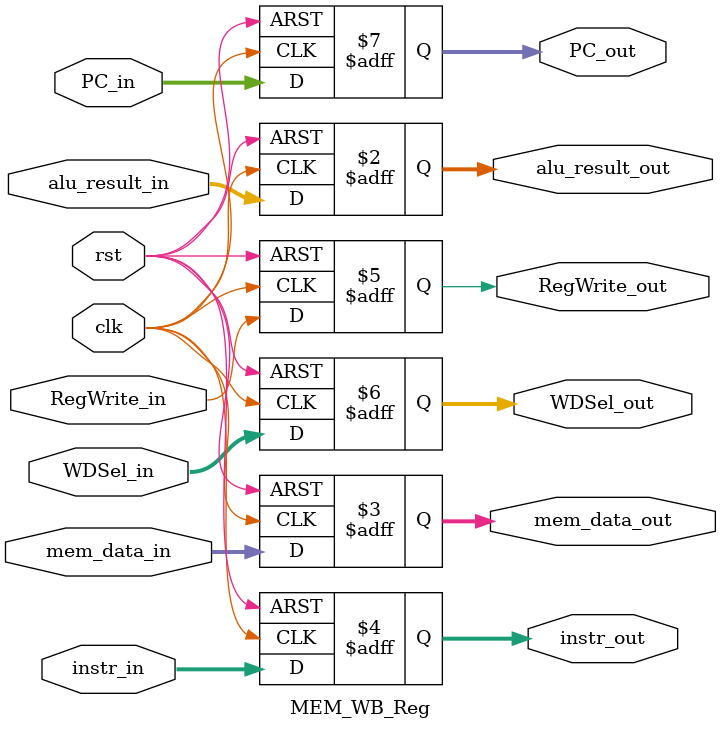
<source format=v>
module IF_ID_Reg(
    input clk,
    input rst,
    input flush,
    input stall,
    input [31:0] PC_in,
    input [31:0] instr_in,
    output reg [31:0] PC_out,
    output reg [31:0] instr_out
);
    always @(posedge clk or posedge rst) begin
        if (rst) begin
            PC_out <= 32'h0;
            instr_out <= 32'h00000013;
        end
        else if (flush) begin
            PC_out <= 32'h0;
            instr_out <= 32'h00000013;
        end
        else if (!stall) begin
            PC_out <= PC_in;
            instr_out <= instr_in;
        end
    end
endmodule

// ID/EX register
module ID_EX_Reg(
    input clk,
    input rst,
    input flush,
    input [31:0] PC_in,
    input [31:0] instr_in,
    input [31:0] rs1_data_in,
    input [31:0] rs2_data_in,
    input [31:0] imm_in,
    input RegWrite_in,
    input MemWrite_in,
    input MemRead_in,
    input [5:0] EXTOp_in,
    input [4:0] ALUOp_in,
    input ALUSrc_in,
    input [1:0] GPRSel_in,
    input [1:0] WDSel_in,
    input [2:0] DMType_in,
    output reg [31:0] PC_out,
    output reg [31:0] instr_out,
    output reg [31:0] rs1_data_out,
    output reg [31:0] rs2_data_out,
    output reg [31:0] imm_out,
    output reg RegWrite_out,
    output reg MemWrite_out,
    output reg MemRead_out,
    output reg [5:0] EXTOp_out,
    output reg [4:0] ALUOp_out,
    output reg ALUSrc_out,
    output reg [1:0] GPRSel_out,
    output reg [1:0] WDSel_out,
    output reg [2:0] DMType_out
);
    always @(posedge clk or posedge rst) begin
        if (rst) begin
            PC_out <= 32'h0;
            instr_out <= 32'h00000013;
            rs1_data_out <= 32'h0;
            rs2_data_out <= 32'h0;
            imm_out <= 32'h0;
            RegWrite_out <= 1'b0;
            MemWrite_out <= 1'b0;
            MemRead_out <= 1'b0;
            EXTOp_out <= 6'h0;
            ALUOp_out <= 5'h0;
            ALUSrc_out <= 1'b0;
            GPRSel_out <= 2'h0;
            WDSel_out <= 2'h0;
            DMType_out <= 3'h0;
        end
        else if (flush) begin
            PC_out <= 32'h0;
            instr_out <= 32'h00000013;
            rs1_data_out <= 32'h0;
            rs2_data_out <= 32'h0;
            imm_out <= 32'h0;
            RegWrite_out <= 1'b0;
            MemWrite_out <= 1'b0;
            MemRead_out <= 1'b0;
            EXTOp_out <= 6'h0;
            ALUOp_out <= 5'h0;
            ALUSrc_out <= 1'b0;
            GPRSel_out <= 2'h0;
            WDSel_out <= 2'h0;
            DMType_out <= 3'h0;
        end
        else begin
            PC_out <= PC_in;
            instr_out <= instr_in;
            rs1_data_out <= rs1_data_in;
            rs2_data_out <= rs2_data_in;
            imm_out <= imm_in;
            RegWrite_out <= RegWrite_in;
            MemWrite_out <= MemWrite_in;
            MemRead_out <= MemRead_in;
            EXTOp_out <= EXTOp_in;
            ALUOp_out <= ALUOp_in;
            ALUSrc_out <= ALUSrc_in;
            GPRSel_out <= GPRSel_in;
            WDSel_out <= WDSel_in;
            DMType_out <= DMType_in;
        end
    end
endmodule

// EX/MEM register
module EX_MEM_Reg(
    input clk,
    input rst,
    input flush,
    input [31:0] alu_result_in,
    input [31:0] rs2_data_in,
    input [31:0] instr_in,
    input RegWrite_in,
    input MemWrite_in,
    input MemRead_in,
    input [1:0] WDSel_in,
    input [2:0] DMType_in,
    input [31:0] PC_in,
    output reg [31:0] alu_result_out,
    output reg [31:0] rs2_data_out,
    output reg [31:0] instr_out,
    output reg RegWrite_out,
    output reg MemWrite_out,
    output reg MemRead_out,
    output reg [1:0] WDSel_out,
    output reg [2:0] DMType_out,
    output reg [31:0] PC_out
);
    always @(posedge clk or posedge rst) begin
        if (rst) begin
            alu_result_out <= 32'h0;
            rs2_data_out <= 32'h0;
            instr_out <= 32'h00000013;
            RegWrite_out <= 1'b0;
            MemWrite_out <= 1'b0;
            MemRead_out <= 1'b0;
            WDSel_out <= 2'h0;
            DMType_out <= 3'h0;
            PC_out <= 32'h0;
        end
        else if (flush) begin
            alu_result_out <= 32'h0;
            rs2_data_out <= 32'h0;
            instr_out <= 32'h00000013;
            RegWrite_out <= 1'b0;
            MemWrite_out <= 1'b0;
            MemRead_out <= 1'b0;
            WDSel_out <= 2'h0;
            DMType_out <= 3'h0;
            PC_out <= 32'h0;
        end
        else begin
            alu_result_out <= alu_result_in;
            rs2_data_out <= rs2_data_in;
            instr_out <= instr_in;
            RegWrite_out <= RegWrite_in;
            MemWrite_out <= MemWrite_in;
            MemRead_out <= MemRead_in;
            WDSel_out <= WDSel_in;
            DMType_out <= DMType_in;
            PC_out <= PC_in;
        end
    end
endmodule

// MEM/WB register
module MEM_WB_Reg(
    input clk,
    input rst,
    input [31:0] alu_result_in,
    input [31:0] mem_data_in,
    input [31:0] instr_in,
    input RegWrite_in,
    input [1:0] WDSel_in,
    input [31:0] PC_in,
    output reg [31:0] alu_result_out,
    output reg [31:0] mem_data_out,
    output reg [31:0] instr_out,
    output reg RegWrite_out,
    output reg [1:0] WDSel_out,
    output reg [31:0] PC_out
);
    always @(posedge clk or posedge rst) begin
        if (rst) begin
            alu_result_out <= 32'h0;
            mem_data_out <= 32'h0;
            instr_out <= 32'h00000013;
            RegWrite_out <= 1'b0;
            WDSel_out <= 2'h0;
            PC_out <= 32'h0;
        end
        else begin
            alu_result_out <= alu_result_in;
            mem_data_out <= mem_data_in;
            instr_out <= instr_in;
            RegWrite_out <= RegWrite_in;
            WDSel_out <= WDSel_in;
            PC_out <= PC_in;
        end
    end
endmodule 
</source>
